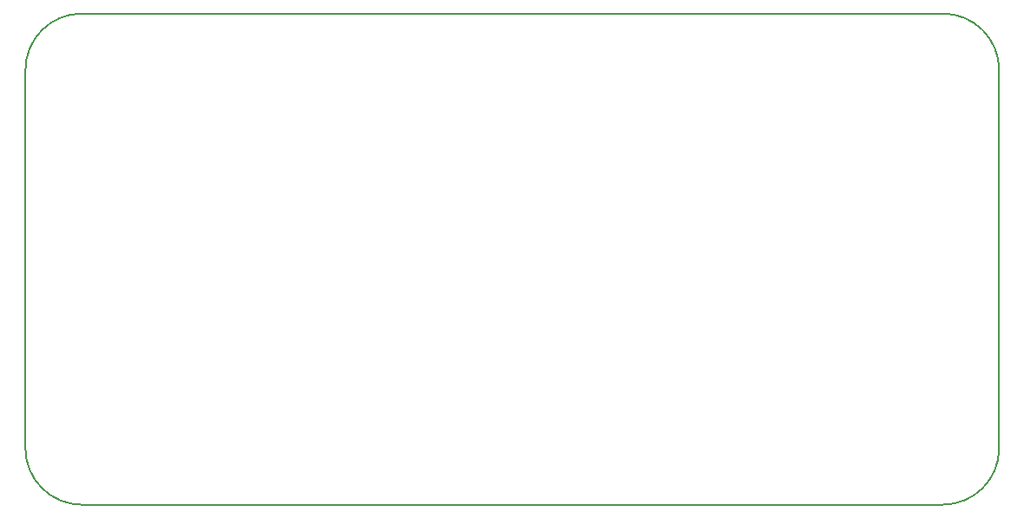
<source format=gbr>
%TF.GenerationSoftware,KiCad,Pcbnew,9.0.7*%
%TF.CreationDate,2026-02-16T21:50:05-05:00*%
%TF.ProjectId,Primis_FaceTracker,5072696d-6973-45f4-9661-636554726163,rev?*%
%TF.SameCoordinates,Original*%
%TF.FileFunction,Profile,NP*%
%FSLAX46Y46*%
G04 Gerber Fmt 4.6, Leading zero omitted, Abs format (unit mm)*
G04 Created by KiCad (PCBNEW 9.0.7) date 2026-02-16 21:50:05*
%MOMM*%
%LPD*%
G01*
G04 APERTURE LIST*
%TA.AperFunction,Profile*%
%ADD10C,0.200000*%
%TD*%
G04 APERTURE END LIST*
D10*
X205000000Y-74500000D02*
G75*
G02*
X210500000Y-80000000I0J-5500000D01*
G01*
X210500000Y-117000000D02*
G75*
G02*
X205000000Y-122500000I-5500000J0D01*
G01*
X210500000Y-80000000D02*
X210500000Y-117000000D01*
X205000000Y-74500000D02*
X121000000Y-74500000D01*
X115500000Y-80000000D02*
X115500000Y-117000000D01*
X115500000Y-80000000D02*
G75*
G02*
X121000000Y-74500000I5500000J0D01*
G01*
X205000000Y-122500000D02*
X121000000Y-122500000D01*
X121000000Y-122500000D02*
G75*
G02*
X115500000Y-117000000I0J5500000D01*
G01*
M02*

</source>
